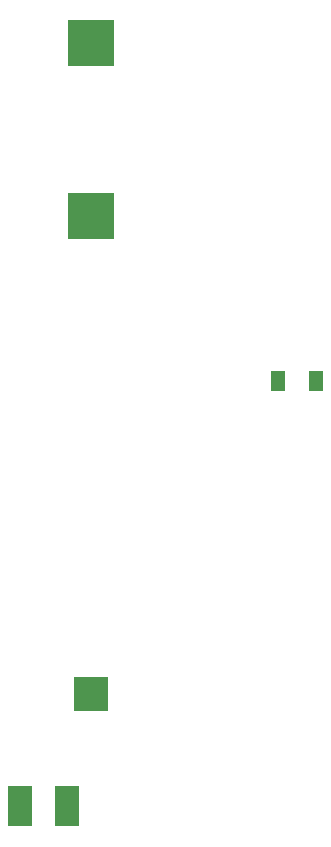
<source format=gtp>
G04 #@! TF.GenerationSoftware,KiCad,Pcbnew,(5.1.5)-3*
G04 #@! TF.CreationDate,2021-12-07T14:22:12+01:00*
G04 #@! TF.ProjectId,dual_ocxo_themis,6475616c-5f6f-4637-986f-5f7468656d69,rev?*
G04 #@! TF.SameCoordinates,Original*
G04 #@! TF.FileFunction,Paste,Top*
G04 #@! TF.FilePolarity,Positive*
%FSLAX46Y46*%
G04 Gerber Fmt 4.6, Leading zero omitted, Abs format (unit mm)*
G04 Created by KiCad (PCBNEW (5.1.5)-3) date 2021-12-07 14:22:12*
%MOMM*%
%LPD*%
G04 APERTURE LIST*
%ADD10R,4.000000X4.000000*%
%ADD11R,3.000000X3.000000*%
%ADD12R,2.000000X3.500000*%
%ADD13R,1.245000X1.800000*%
G04 APERTURE END LIST*
D10*
X50000000Y-73020000D03*
X50000000Y-58415000D03*
D11*
X50000000Y-113500000D03*
D12*
X44000000Y-123000000D03*
X48000000Y-123000000D03*
D13*
X69092500Y-87000000D03*
X65907500Y-87000000D03*
M02*

</source>
